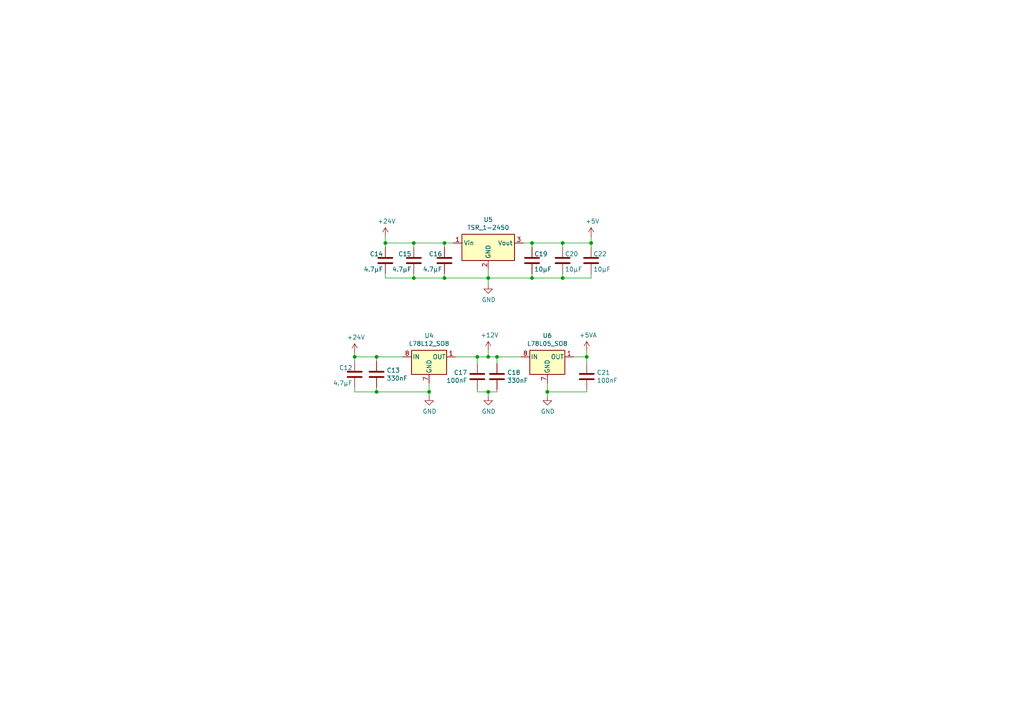
<source format=kicad_sch>
(kicad_sch (version 20231120) (generator "eeschema") (generator_version "8.0")
  (paper "A4")
  (title_block (title "Power Supply") (date "2021-05-25") (rev "1.0") (comment 2 "Released under CC BY-NC-SA license"))
  (lib_symbols
    (symbol "Device:C" (pin_numbers hide) (pin_names (offset 0.254))
      (property "Reference" "C" (at 0.635 2.54 0))
      (property "Value" "C" (at 0.635 -2.54 0))
      (symbol "C_0_1"
        (polyline (pts (xy -2.032 -0.762) (xy 2.032 -0.762)) (stroke (width 0.508)))
        (polyline (pts (xy -2.032 0.762) (xy 2.032 0.762)) (stroke (width 0.508)))
      )
      (symbol "C_1_1"
        (pin passive line (at 0 3.81 270) (length 2.794) (name "~") (number "1"))
        (pin passive line (at 0 -3.81 90) (length 2.794) (name "~") (number "2"))
      )
    )
    (symbol "Regulator_Linear:L78L05_SO8" (pin_names (offset 0.254))
      (property "Reference" "U" (at -3.81 3.175 0))
      (property "Value" "L78L05_SO8" (at 0 3.175 0))
      (symbol "L78L05_SO8_0_1"
        (rectangle (start -5.08 1.905) (end 5.08 -5.08) (stroke (width 0.254)) (fill (type background)))
      )
      (symbol "L78L05_SO8_1_1"
        (pin power_out line (at 7.62 0 180) (length 2.54) (name "OUT") (number "1"))
        (pin passive line (at 0 -7.62 90) (length 2.54) hide (name "GND") (number "2"))
        (pin passive line (at 0 -7.62 90) (length 2.54) hide (name "GND") (number "3"))
        (pin no_connect line (at -5.08 -2.54 0) (length 2.54) hide (name "NC") (number "4"))
        (pin no_connect line (at 5.08 -2.54 180) (length 2.54) hide (name "NC") (number "5"))
        (pin passive line (at 0 -7.62 90) (length 2.54) hide (name "GND") (number "6"))
        (pin power_in line (at 0 -7.62 90) (length 2.54) (name "GND") (number "7"))
        (pin power_in line (at -7.62 0 0) (length 2.54) (name "IN") (number "8"))
      )
    )
    (symbol "Regulator_Linear:L78L12_SO8" (pin_names (offset 0.254))
      (property "Reference" "U" (at -3.81 3.175 0))
      (property "Value" "L78L12_SO8" (at 0 3.175 0))
      (symbol "L78L12_SO8_0_1"
        (rectangle (start -5.08 1.905) (end 5.08 -5.08) (stroke (width 0.254)) (fill (type background)))
      )
      (symbol "L78L12_SO8_1_1"
        (pin power_out line (at 7.62 0 180) (length 2.54) (name "OUT") (number "1"))
        (pin passive line (at 0 -7.62 90) (length 2.54) hide (name "GND") (number "2"))
        (pin passive line (at 0 -7.62 90) (length 2.54) hide (name "GND") (number "3"))
        (pin no_connect line (at -5.08 -2.54 0) (length 2.54) hide (name "NC") (number "4"))
        (pin no_connect line (at 5.08 -2.54 180) (length 2.54) hide (name "NC") (number "5"))
        (pin passive line (at 0 -7.62 90) (length 2.54) hide (name "GND") (number "6"))
        (pin power_in line (at 0 -7.62 90) (length 2.54) (name "GND") (number "7"))
        (pin power_in line (at -7.62 0 0) (length 2.54) (name "IN") (number "8"))
      )
    )
    (symbol "Regulator_Switching:TSR_1-2450"
      (property "Reference" "U" (at -7.62 6.35 0))
      (property "Value" "TSR_1-2450" (at -1.27 6.35 0))
      (symbol "TSR_1-2450_0_1"
        (rectangle (start -7.62 5.08) (end 7.62 -2.54) (stroke (width 0.254)) (fill (type background)))
      )
      (symbol "TSR_1-2450_1_1"
        (pin power_in line (at -10.16 2.54 0) (length 2.54) (name "Vin") (number "1"))
        (pin power_in line (at 0 -5.08 90) (length 2.54) (name "GND") (number "2"))
        (pin power_out line (at 10.16 2.54 180) (length 2.54) (name "Vout") (number "3"))
      )
    )
    (symbol "power:+12V" (power) (pin_numbers hide) (pin_names (offset 0) hide)
      (property "Value" "+12V" (at 0 3.556 0))
      (symbol "+12V_0_1"
        (polyline (pts (xy -0.762 1.27) (xy 0 2.54)))
        (polyline (pts (xy 0 0) (xy 0 2.54)))
        (polyline (pts (xy 0 2.54) (xy 0.762 1.27)))
      )
      (symbol "+12V_1_1"
        (pin power_in line (at 0 0 90) (length 0) (name "~") (number "1"))
      )
    )
    (symbol "power:+24V" (power) (pin_numbers hide) (pin_names (offset 0) hide)
      (property "Value" "+24V" (at 0 3.556 0))
      (symbol "+24V_0_1"
        (polyline (pts (xy -0.762 1.27) (xy 0 2.54)))
        (polyline (pts (xy 0 0) (xy 0 2.54)))
        (polyline (pts (xy 0 2.54) (xy 0.762 1.27)))
      )
      (symbol "+24V_1_1"
        (pin power_in line (at 0 0 90) (length 0) (name "~") (number "1"))
      )
    )
    (symbol "power:+5V" (power) (pin_numbers hide) (pin_names (offset 0) hide)
      (property "Value" "+5V" (at 0 3.556 0))
      (symbol "+5V_0_1"
        (polyline (pts (xy -0.762 1.27) (xy 0 2.54)))
        (polyline (pts (xy 0 0) (xy 0 2.54)))
        (polyline (pts (xy 0 2.54) (xy 0.762 1.27)))
      )
      (symbol "+5V_1_1"
        (pin power_in line (at 0 0 90) (length 0) (name "~") (number "1"))
      )
    )
    (symbol "power:+5VA" (power) (pin_numbers hide) (pin_names (offset 0) hide)
      (property "Value" "+5VA" (at 0 3.556 0))
      (symbol "+5VA_0_1"
        (polyline (pts (xy -0.762 1.27) (xy 0 2.54)))
        (polyline (pts (xy 0 0) (xy 0 2.54)))
        (polyline (pts (xy 0 2.54) (xy 0.762 1.27)))
      )
      (symbol "+5VA_1_1"
        (pin power_in line (at 0 0 90) (length 0) (name "~") (number "1"))
      )
    )
    (symbol "power:GND" (power) (pin_numbers hide) (pin_names (offset 0) hide)
      (property "Value" "GND" (at 0 -3.81 0))
      (symbol "GND_0_1"
        (polyline (pts (xy 0 0) (xy 0 -1.27) (xy 1.27 -1.27) (xy 0 -2.54) (xy -1.27 -1.27) (xy 0 -1.27)))
      )
      (symbol "GND_1_1"
        (pin power_in line (at 0 0 270) (length 0) (name "~") (number "1"))
      )
    )
  )
  (junction (at 144.145 103.505))
  (junction (at 128.905 70.485))
  (junction (at 158.75 113.665))
  (junction (at 128.905 80.645))
  (junction (at 154.305 80.645))
  (junction (at 138.43 103.505))
  (junction (at 163.195 80.645))
  (junction (at 109.22 103.505))
  (junction (at 120.015 80.645))
  (junction (at 163.195 70.485))
  (junction (at 102.87 103.505))
  (junction (at 154.305 70.485))
  (junction (at 109.22 113.665))
  (junction (at 141.605 113.665))
  (junction (at 170.18 103.505))
  (junction (at 120.015 70.485))
  (junction (at 171.45 70.485))
  (junction (at 141.605 80.645))
  (junction (at 111.76 70.485))
  (junction (at 141.605 103.505))
  (junction (at 124.46 113.665))
  (wire (pts (xy 170.18 105.41) (xy 170.18 103.505)))
  (wire (pts (xy 154.305 80.645) (xy 163.195 80.645)))
  (wire (pts (xy 171.45 80.645) (xy 171.45 79.375)))
  (wire (pts (xy 154.305 70.485) (xy 163.195 70.485)))
  (wire (pts (xy 102.87 102.235) (xy 102.87 103.505)))
  (wire (pts (xy 138.43 113.665) (xy 141.605 113.665)))
  (wire (pts (xy 144.145 103.505) (xy 151.13 103.505)))
  (wire (pts (xy 131.445 70.485) (xy 128.905 70.485)))
  (wire (pts (xy 163.195 70.485) (xy 171.45 70.485)))
  (wire (pts (xy 158.75 111.125) (xy 158.75 113.665)))
  (wire (pts (xy 154.305 71.755) (xy 154.305 70.485)))
  (wire (pts (xy 163.195 71.755) (xy 163.195 70.485)))
  (wire (pts (xy 109.22 113.665) (xy 124.46 113.665)))
  (wire (pts (xy 124.46 111.125) (xy 124.46 113.665)))
  (wire (pts (xy 120.015 70.485) (xy 111.76 70.485)))
  (wire (pts (xy 111.76 68.58) (xy 111.76 70.485)))
  (wire (pts (xy 170.18 103.505) (xy 170.18 101.6)))
  (wire (pts (xy 138.43 105.41) (xy 138.43 103.505)))
  (wire (pts (xy 141.605 80.645) (xy 128.905 80.645)))
  (wire (pts (xy 111.76 80.645) (xy 111.76 79.375)))
  (wire (pts (xy 171.45 70.485) (xy 171.45 71.755)))
  (wire (pts (xy 128.905 80.645) (xy 120.015 80.645)))
  (wire (pts (xy 163.195 80.645) (xy 171.45 80.645)))
  (wire (pts (xy 144.145 113.665) (xy 144.145 113.03)))
  (wire (pts (xy 154.305 79.375) (xy 154.305 80.645)))
  (wire (pts (xy 170.18 113.03) (xy 170.18 113.665)))
  (wire (pts (xy 141.605 80.645) (xy 154.305 80.645)))
  (wire (pts (xy 120.015 80.645) (xy 120.015 79.375)))
  (wire (pts (xy 120.015 71.755) (xy 120.015 70.485)))
  (wire (pts (xy 102.87 103.505) (xy 109.22 103.505)))
  (wire (pts (xy 109.22 104.775) (xy 109.22 103.505)))
  (wire (pts (xy 111.76 70.485) (xy 111.76 71.755)))
  (wire (pts (xy 171.45 68.58) (xy 171.45 70.485)))
  (wire (pts (xy 132.08 103.505) (xy 138.43 103.505)))
  (wire (pts (xy 163.195 80.645) (xy 163.195 79.375)))
  (wire (pts (xy 124.46 113.665) (xy 124.46 114.935)))
  (wire (pts (xy 141.605 103.505) (xy 144.145 103.505)))
  (wire (pts (xy 141.605 113.665) (xy 144.145 113.665)))
  (wire (pts (xy 138.43 113.03) (xy 138.43 113.665)))
  (wire (pts (xy 120.015 80.645) (xy 111.76 80.645)))
  (wire (pts (xy 128.905 80.645) (xy 128.905 79.375)))
  (wire (pts (xy 109.22 103.505) (xy 116.84 103.505)))
  (wire (pts (xy 151.765 70.485) (xy 154.305 70.485)))
  (wire (pts (xy 128.905 70.485) (xy 120.015 70.485)))
  (wire (pts (xy 158.75 113.665) (xy 158.75 114.935)))
  (wire (pts (xy 102.87 103.505) (xy 102.87 104.775)))
  (wire (pts (xy 141.605 78.105) (xy 141.605 80.645)))
  (wire (pts (xy 138.43 103.505) (xy 141.605 103.505)))
  (wire (pts (xy 102.87 113.665) (xy 109.22 113.665)))
  (wire (pts (xy 158.75 113.665) (xy 170.18 113.665)))
  (wire (pts (xy 166.37 103.505) (xy 170.18 103.505)))
  (wire (pts (xy 102.87 112.395) (xy 102.87 113.665)))
  (wire (pts (xy 128.905 71.755) (xy 128.905 70.485)))
  (wire (pts (xy 109.22 112.395) (xy 109.22 113.665)))
  (wire (pts (xy 141.605 80.645) (xy 141.605 82.55)))
  (wire (pts (xy 141.605 101.6) (xy 141.605 103.505)))
  (wire (pts (xy 144.145 105.41) (xy 144.145 103.505)))
  (wire (pts (xy 141.605 113.665) (xy 141.605 114.935)))
  (symbol (lib_id "Device:C") (at 128.905 75.565 0) (mirror x) (unit 1)
    (property "Reference" "C16" (at 128.27 73.66 0) (effects (justify right)))
    (property "Value" "4.7μF" (at 128.27 78.105 0) (effects (justify right)))
    (property "Footprint" "Capacitor_SMD:C_0805_2012Metric_Pad1.18x1.45mm_HandSolder" (effects (hide yes)))
  )
  (symbol (lib_id "Device:C") (at 120.015 75.565 0) (mirror x) (unit 1)
    (property "Reference" "C15" (at 119.38 73.66 0) (effects (justify right)))
    (property "Value" "4.7μF" (at 119.38 78.105 0) (effects (justify right)))
    (property "Footprint" "Capacitor_SMD:C_0805_2012Metric_Pad1.18x1.45mm_HandSolder" (effects (hide yes)))
  )
  (symbol (lib_id "Device:C") (at 111.76 75.565 0) (mirror x) (unit 1)
    (property "Reference" "C14" (at 111.125 73.66 0) (effects (justify right)))
    (property "Value" "4.7μF" (at 111.125 78.105 0) (effects (justify right)))
    (property "Footprint" "Capacitor_SMD:C_0805_2012Metric_Pad1.18x1.45mm_HandSolder" (effects (hide yes)))
  )
  (symbol (lib_id "Device:C") (at 154.305 75.565 180) (unit 1)
    (property "Reference" "C19" (at 154.94 73.66 0) (effects (justify right)))
    (property "Value" "10μF" (at 154.94 78.105 0) (effects (justify right)))
    (property "Footprint" "Capacitor_SMD:C_0805_2012Metric_Pad1.18x1.45mm_HandSolder" (effects (hide yes)))
  )
  (symbol (lib_id "Device:C") (at 163.195 75.565 180) (unit 1)
    (property "Reference" "C20" (at 163.83 73.66 0) (effects (justify right)))
    (property "Value" "10μF" (at 163.83 78.105 0) (effects (justify right)))
    (property "Footprint" "Capacitor_SMD:C_0805_2012Metric_Pad1.18x1.45mm_HandSolder" (effects (hide yes)))
  )
  (symbol (lib_id "Device:C") (at 171.45 75.565 180) (unit 1)
    (property "Reference" "C22" (at 172.085 73.66 0) (effects (justify right)))
    (property "Value" "10μF" (at 172.085 78.105 0) (effects (justify right)))
    (property "Footprint" "Capacitor_SMD:C_0805_2012Metric_Pad1.18x1.45mm_HandSolder" (effects (hide yes)))
  )
  (symbol (lib_id "Regulator_Linear:L78L05_SO8") (at 158.75 103.505 0) (unit 1)
    (property "Reference" "U6" (at 158.75 97.3582 0))
    (property "Value" "L78L05_SO8" (at 158.75 99.6696 0))
    (property "Footprint" "Package_SO:SOIC-8_3.9x4.9mm_P1.27mm" (effects (hide yes)))
    (property "Datasheet" "http://www.st.com/content/ccc/resource/technical/document/datasheet/15/55/e5/aa/23/5b/43/fd/CD00000446.pdf/files/CD00000446.pdf/jcr:content/translations/en.CD00000446.pdf" (effects (hide yes)))
  )
  (symbol (lib_id "Regulator_Linear:L78L12_SO8") (at 124.46 103.505 0) (unit 1)
    (property "Reference" "U4" (at 124.46 97.3582 0))
    (property "Value" "L78L12_SO8" (at 124.46 99.6696 0))
    (property "Footprint" "Package_SO:SOIC-8_3.9x4.9mm_P1.27mm" (effects (hide yes)))
    (property "Datasheet" "http://www.st.com/content/ccc/resource/technical/document/datasheet/15/55/e5/aa/23/5b/43/fd/CD00000446.pdf/files/CD00000446.pdf/jcr:content/translations/en.CD00000446.pdf" (effects (hide yes)))
  )
  (symbol (lib_id "power:GND") (at 158.75 114.935 0) (unit 1)
    (property "Reference" "#PWR054" (effects (hide yes)))
    (property "Value" "GND" (at 158.877 119.3292 0))
  )
  (symbol (lib_id "power:GND") (at 124.46 114.935 0) (unit 1)
    (property "Reference" "#PWR050" (effects (hide yes)))
    (property "Value" "GND" (at 124.587 119.3292 0))
  )
  (symbol (lib_id "power:+12V") (at 141.605 101.6 0) (unit 1)
    (property "Reference" "#PWR052" (effects (hide yes)))
    (property "Value" "+12V" (at 141.986 97.2058 0))
  )
  (symbol (lib_id "Device:C") (at 109.22 108.585 180) (unit 1)
    (property "Reference" "C13" (at 112.1156 107.4166 0) (effects (justify right)))
    (property "Value" "330nF" (at 112.1156 109.728 0) (effects (justify right)))
    (property "Footprint" "Capacitor_SMD:C_0805_2012Metric_Pad1.18x1.45mm_HandSolder" (effects (hide yes)))
  )
  (symbol (lib_id "Device:C") (at 138.43 109.22 0) (mirror x) (unit 1)
    (property "Reference" "C17" (at 135.5344 108.0516 0) (effects (justify right)))
    (property "Value" "100nF" (at 135.5344 110.363 0) (effects (justify right)))
    (property "Footprint" "Capacitor_SMD:C_0603_1608Metric_Pad1.08x0.95mm_HandSolder" (effects (hide yes)))
  )
  (symbol (lib_id "Device:C") (at 144.145 109.22 180) (unit 1)
    (property "Reference" "C18" (at 147.066 108.0516 0) (effects (justify right)))
    (property "Value" "330nF" (at 147.066 110.363 0) (effects (justify right)))
    (property "Footprint" "Capacitor_SMD:C_0805_2012Metric_Pad1.18x1.45mm_HandSolder" (effects (hide yes)))
  )
  (symbol (lib_id "power:GND") (at 141.605 114.935 0) (unit 1)
    (property "Reference" "#PWR053" (effects (hide yes)))
    (property "Value" "GND" (at 141.732 119.3292 0))
  )
  (symbol (lib_id "Device:C") (at 170.18 109.22 180) (unit 1)
    (property "Reference" "C21" (at 173.0756 108.0516 0) (effects (justify right)))
    (property "Value" "100nF" (at 173.0756 110.363 0) (effects (justify right)))
    (property "Footprint" "Capacitor_SMD:C_0603_1608Metric_Pad1.08x0.95mm_HandSolder" (effects (hide yes)))
  )
  (symbol (lib_id "power:+24V") (at 102.87 102.235 0) (unit 1)
    (property "Reference" "#PWR048" (effects (hide yes)))
    (property "Value" "+24V" (at 103.251 97.8408 0))
  )
  (symbol (lib_id "Device:C") (at 102.87 108.585 0) (mirror x) (unit 1)
    (property "Reference" "C12" (at 102.235 106.68 0) (effects (justify right)))
    (property "Value" "4.7μF" (at 102.235 111.125 0) (effects (justify right)))
    (property "Footprint" "Capacitor_SMD:C_0805_2012Metric_Pad1.18x1.45mm_HandSolder" (effects (hide yes)))
  )
  (symbol (lib_id "Regulator_Switching:TSR_1-2450") (at 141.605 73.025 0) (unit 1)
    (property "Reference" "U5" (at 141.605 63.7032 0))
    (property "Value" "TSR_1-2450" (at 141.605 66.0146 0))
    (property "Footprint" "Converter_DCDC:Converter_DCDC_TRACO_TSR-1_THT" (effects (hide yes)))
    (property "Datasheet" "http://www.tracopower.com/products/tsr1.pdf" (effects (hide yes)))
  )
  (symbol (lib_id "power:GND") (at 141.605 82.55 0) (unit 1)
    (property "Reference" "#PWR051" (effects (hide yes)))
    (property "Value" "GND" (at 141.732 86.9442 0))
  )
  (symbol (lib_id "power:+5VA") (at 170.18 101.6 0) (unit 1)
    (property "Reference" "#PWR055" (effects (hide yes)))
    (property "Value" "+5VA" (at 170.561 97.2058 0))
  )
  (symbol (lib_id "power:+5V") (at 171.45 68.58 0) (unit 1)
    (property "Reference" "#PWR056" (effects (hide yes)))
    (property "Value" "+5V" (at 171.831 64.1858 0))
  )
  (symbol (lib_id "power:+24V") (at 111.76 68.58 0) (unit 1)
    (property "Reference" "#PWR049" (effects (hide yes)))
    (property "Value" "+24V" (at 112.141 64.1858 0))
  )
)
</source>
